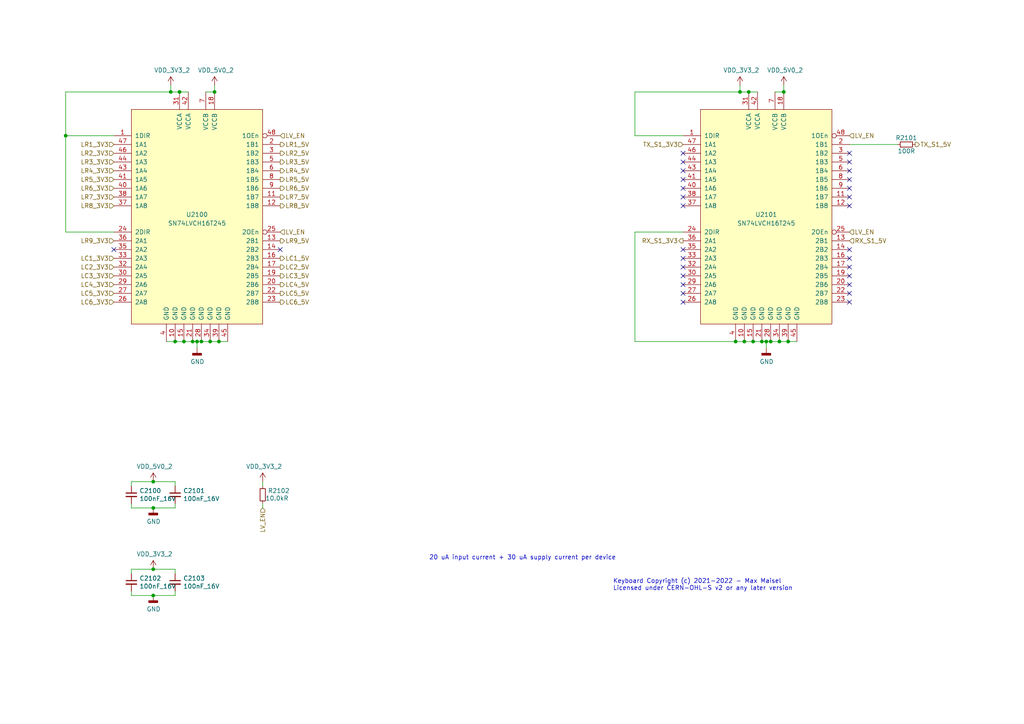
<source format=kicad_sch>
(kicad_sch (version 20250114) (generator "eeschema") (generator_version "9.0")
  (paper "A4")
  (lib_symbols
    (symbol "Keyboard:10.0kR" (pin_numbers (hide yes)) (pin_names (offset 0.254) (hide yes))
      (property "Reference" "R" (at 0.762 0.508 0))
      (property "Value" "10.0kR" (at 0.762 -1.016 0))
      (symbol "10.0kR_0_1"
        (rectangle (start -0.762 1.778) (end 0.762 -1.778) (stroke (width 0.2032)))
      )
      (symbol "10.0kR_1_1"
        (pin passive line (at 0 2.54 270) (length 0.762) (name "~") (number "1"))
        (pin passive line (at 0 -2.54 90) (length 0.762) (name "~") (number "2"))
      )
    )
    (symbol "Keyboard:100R" (pin_numbers (hide yes)) (pin_names (offset 0.254) (hide yes))
      (property "Reference" "R" (at 0.762 0.508 0))
      (property "Value" "100R" (at 0.762 -1.016 0))
      (symbol "100R_0_1"
        (rectangle (start -0.762 1.778) (end 0.762 -1.778) (stroke (width 0.2032)))
      )
      (symbol "100R_1_1"
        (pin passive line (at 0 2.54 270) (length 0.762) (name "~") (number "1"))
        (pin passive line (at 0 -2.54 90) (length 0.762) (name "~") (number "2"))
      )
    )
    (symbol "Keyboard:100nF_16V" (pin_numbers (hide yes)) (pin_names (offset 0.254) (hide yes))
      (property "Reference" "C" (at 0.254 1.778 0))
      (property "Value" "100nF_16V" (at 0.254 -2.032 0))
      (symbol "100nF_16V_0_1"
        (polyline (pts (xy -1.524 0.508) (xy 1.524 0.508)) (stroke (width 0.3048)))
        (polyline (pts (xy -1.524 -0.508) (xy 1.524 -0.508)) (stroke (width 0.3302)))
      )
      (symbol "100nF_16V_1_1"
        (pin passive line (at 0 2.54 270) (length 2.032) (name "~") (number "1"))
        (pin passive line (at 0 -2.54 90) (length 2.032) (name "~") (number "2"))
      )
    )
    (symbol "Keyboard:GND" (power) (pin_names (offset 0))
      (property "Value" "GND" (at 0 -3.175 0))
      (symbol "GND_0_1"
        (rectangle (start -1.27 -1.524) (end 1.27 -2.032) (stroke (width 0.254)) (fill (type outline)))
        (polyline (pts (xy 0 0) (xy 0 -1.524)))
      )
      (symbol "GND_1_1"
        (pin power_in line (at 0 0 270) (length 0) (hide yes) (name "GND") (number "1"))
      )
    )
    (symbol "Keyboard:SN74LVCH16T245" (pin_names (offset 1.016))
      (property "Reference" "U" (at -17.78 33.02 0))
      (property "Value" "SN74LVCH16T245" (at 17.78 -31.75 0))
      (symbol "SN74LVCH16T245_0_1"
        (rectangle (start -19.05 31.75) (end 19.05 -30.48) (fill (type background)))
      )
      (symbol "SN74LVCH16T245_1_1"
        (pin input line (at -24.13 24.13 0) (length 5.08) (name "1DIR") (number "1"))
        (pin bidirectional line (at -24.13 21.59 0) (length 5.08) (name "1A1") (number "47"))
        (pin bidirectional line (at -24.13 19.05 0) (length 5.08) (name "1A2") (number "46"))
        (pin bidirectional line (at -24.13 16.51 0) (length 5.08) (name "1A3") (number "44"))
        (pin bidirectional line (at -24.13 13.97 0) (length 5.08) (name "1A4") (number "43"))
        (pin bidirectional line (at -24.13 11.43 0) (length 5.08) (name "1A5") (number "41"))
        (pin bidirectional line (at -24.13 8.89 0) (length 5.08) (name "1A6") (number "40"))
        (pin bidirectional line (at -24.13 6.35 0) (length 5.08) (name "1A7") (number "38"))
        (pin bidirectional line (at -24.13 3.81 0) (length 5.08) (name "1A8") (number "37"))
        (pin input line (at -24.13 -3.81 0) (length 5.08) (name "2DIR") (number "24"))
        (pin bidirectional line (at -24.13 -6.35 0) (length 5.08) (name "2A1") (number "36"))
        (pin bidirectional line (at -24.13 -8.89 0) (length 5.08) (name "2A2") (number "35"))
        (pin bidirectional line (at -24.13 -11.43 0) (length 5.08) (name "2A3") (number "33"))
        (pin bidirectional line (at -24.13 -13.97 0) (length 5.08) (name "2A4") (number "32"))
        (pin bidirectional line (at -24.13 -16.51 0) (length 5.08) (name "2A5") (number "30"))
        (pin bidirectional line (at -24.13 -19.05 0) (length 5.08) (name "2A6") (number "29"))
        (pin bidirectional line (at -24.13 -21.59 0) (length 5.08) (name "2A7") (number "27"))
        (pin bidirectional line (at -24.13 -24.13 0) (length 5.08) (name "2A8") (number "26"))
        (pin power_in line (at -8.89 -35.56 90) (length 5.08) (name "GND") (number "4"))
        (pin power_in line (at -6.35 -35.56 90) (length 5.08) (name "GND") (number "10"))
        (pin power_in line (at -5.08 36.83 270) (length 5.08) (name "VCCA") (number "31"))
        (pin power_in line (at -3.81 -35.56 90) (length 5.08) (name "GND") (number "15"))
        (pin power_in line (at -2.54 36.83 270) (length 5.08) (name "VCCA") (number "42"))
        (pin power_in line (at -1.27 -35.56 90) (length 5.08) (name "GND") (number "21"))
        (pin power_in line (at 1.27 -35.56 90) (length 5.08) (name "GND") (number "28"))
        (pin power_in line (at 2.54 36.83 270) (length 5.08) (name "VCCB") (number "7"))
        (pin power_in line (at 3.81 -35.56 90) (length 5.08) (name "GND") (number "34"))
        (pin power_in line (at 5.08 36.83 270) (length 5.08) (name "VCCB") (number "18"))
        (pin power_in line (at 6.35 -35.56 90) (length 5.08) (name "GND") (number "39"))
        (pin power_in line (at 8.89 -35.56 90) (length 5.08) (name "GND") (number "45"))
        (pin input inverted (at 24.13 24.13 180) (length 5.08) (name "1OEn") (number "48"))
        (pin bidirectional line (at 24.13 21.59 180) (length 5.08) (name "1B1") (number "2"))
        (pin bidirectional line (at 24.13 19.05 180) (length 5.08) (name "1B2") (number "3"))
        (pin bidirectional line (at 24.13 16.51 180) (length 5.08) (name "1B3") (number "5"))
        (pin bidirectional line (at 24.13 13.97 180) (length 5.08) (name "1B4") (number "6"))
        (pin bidirectional line (at 24.13 11.43 180) (length 5.08) (name "1B5") (number "8"))
        (pin bidirectional line (at 24.13 8.89 180) (length 5.08) (name "1B6") (number "9"))
        (pin bidirectional line (at 24.13 6.35 180) (length 5.08) (name "1B7") (number "11"))
        (pin bidirectional line (at 24.13 3.81 180) (length 5.08) (name "1B8") (number "12"))
        (pin input inverted (at 24.13 -3.81 180) (length 5.08) (name "2OEn") (number "25"))
        (pin bidirectional line (at 24.13 -6.35 180) (length 5.08) (name "2B1") (number "13"))
        (pin bidirectional line (at 24.13 -8.89 180) (length 5.08) (name "2B2") (number "14"))
        (pin bidirectional line (at 24.13 -11.43 180) (length 5.08) (name "2B3") (number "16"))
        (pin bidirectional line (at 24.13 -13.97 180) (length 5.08) (name "2B4") (number "17"))
        (pin bidirectional line (at 24.13 -16.51 180) (length 5.08) (name "2B5") (number "19"))
        (pin bidirectional line (at 24.13 -19.05 180) (length 5.08) (name "2B6") (number "20"))
        (pin bidirectional line (at 24.13 -21.59 180) (length 5.08) (name "2B7") (number "22"))
        (pin bidirectional line (at 24.13 -24.13 180) (length 5.08) (name "2B8") (number "23"))
      )
    )
    (symbol "Keyboard:VDD_3V3_2" (power) (pin_names (offset 0))
      (property "Value" "VDD_3V3_2" (at 0 3.556 0))
      (symbol "VDD_3V3_2_0_1"
        (polyline (pts (xy -0.762 1.27) (xy 0 2.54)))
        (polyline (pts (xy 0 2.54) (xy 0.762 1.27)))
        (polyline (pts (xy 0 0) (xy 0 2.54)))
      )
      (symbol "VDD_3V3_2_1_1"
        (pin power_in line (at 0 0 90) (length 0) (hide yes) (name "VDD_3V3_2") (number "1"))
      )
    )
    (symbol "Keyboard:VDD_5V0_2" (power) (pin_names (offset 0))
      (property "Value" "VDD_5V0_2" (at 0 3.556 0))
      (symbol "VDD_5V0_2_0_1"
        (polyline (pts (xy -0.762 1.27) (xy 0 2.54)))
        (polyline (pts (xy 0 2.54) (xy 0.762 1.27)))
        (polyline (pts (xy 0 0) (xy 0 2.54)))
      )
      (symbol "VDD_5V0_2_1_1"
        (pin power_in line (at 0 0 90) (length 0) (hide yes) (name "VDD_5V0_2") (number "1"))
      )
    )
  )
  (text "20 uA input current + 30 uA supply current per device\n" (at 124.46 162.56 0) (effects (font (size 1.27 1.27)) (justify left bottom)))
  (text "Keyboard Copyright (c) 2021-2022 - Max Maisel\nLicensed under CERN-OHL-S v2 or any later version" (at 177.8 171.45 0) (effects (font (size 1.27 1.27)) (justify left bottom)))
  (junction (at 44.45 139.7))
  (junction (at 52.07 26.67))
  (junction (at 49.53 26.67))
  (junction (at 218.44 99.06))
  (junction (at 227.33 26.67))
  (junction (at 58.42 99.06))
  (junction (at 55.88 99.06))
  (junction (at 222.25 99.06))
  (junction (at 63.5 99.06))
  (junction (at 213.36 99.06))
  (junction (at 44.45 147.32))
  (junction (at 215.9 99.06))
  (junction (at 226.06 99.06))
  (junction (at 228.6 99.06))
  (junction (at 44.45 172.72))
  (junction (at 217.17 26.67))
  (junction (at 223.52 99.06))
  (junction (at 19.05 39.37))
  (junction (at 44.45 165.1))
  (junction (at 220.98 99.06))
  (junction (at 57.15 99.06))
  (junction (at 60.96 99.06))
  (junction (at 53.34 99.06))
  (junction (at 62.23 26.67))
  (junction (at 214.63 26.67))
  (junction (at 50.8 99.06))
  (no_connect (at 198.12 82.55))
  (no_connect (at 198.12 59.69))
  (no_connect (at 198.12 80.01))
  (no_connect (at 246.38 80.01))
  (no_connect (at 246.38 82.55))
  (no_connect (at 198.12 54.61))
  (no_connect (at 198.12 87.63))
  (no_connect (at 198.12 74.93))
  (no_connect (at 246.38 85.09))
  (no_connect (at 33.02 72.39))
  (no_connect (at 246.38 49.53))
  (no_connect (at 198.12 49.53))
  (no_connect (at 198.12 57.15))
  (no_connect (at 246.38 87.63))
  (no_connect (at 198.12 72.39))
  (no_connect (at 198.12 85.09))
  (no_connect (at 246.38 59.69))
  (no_connect (at 246.38 57.15))
  (no_connect (at 198.12 52.07))
  (no_connect (at 198.12 44.45))
  (no_connect (at 246.38 72.39))
  (no_connect (at 246.38 77.47))
  (no_connect (at 246.38 74.93))
  (no_connect (at 246.38 44.45))
  (no_connect (at 81.28 72.39))
  (no_connect (at 246.38 46.99))
  (no_connect (at 198.12 46.99))
  (no_connect (at 246.38 52.07))
  (no_connect (at 198.12 77.47))
  (no_connect (at 246.38 54.61))
  (wire (pts (xy 217.17 26.67) (xy 219.71 26.67)))
  (wire (pts (xy 184.15 67.31) (xy 184.15 99.06)))
  (wire (pts (xy 63.5 99.06) (xy 66.04 99.06)))
  (wire (pts (xy 227.33 24.765) (xy 227.33 26.67)))
  (wire (pts (xy 49.53 26.67) (xy 52.07 26.67)))
  (wire (pts (xy 38.1 171.45) (xy 38.1 172.72)))
  (wire (pts (xy 50.8 139.7) (xy 50.8 140.97)))
  (wire (pts (xy 184.15 99.06) (xy 213.36 99.06)))
  (wire (pts (xy 48.26 99.06) (xy 50.8 99.06)))
  (wire (pts (xy 76.2 140.97) (xy 76.2 139.7)))
  (wire (pts (xy 246.38 41.91) (xy 260.35 41.91)))
  (wire (pts (xy 222.25 99.06) (xy 223.52 99.06)))
  (wire (pts (xy 222.25 100.965) (xy 222.25 99.06)))
  (wire (pts (xy 53.34 99.06) (xy 55.88 99.06)))
  (wire (pts (xy 19.05 67.31) (xy 19.05 39.37)))
  (wire (pts (xy 50.8 147.32) (xy 44.45 147.32)))
  (wire (pts (xy 184.15 26.67) (xy 214.63 26.67)))
  (wire (pts (xy 44.45 173.355) (xy 44.45 172.72)))
  (wire (pts (xy 44.45 139.7) (xy 50.8 139.7)))
  (wire (pts (xy 226.06 99.06) (xy 228.6 99.06)))
  (wire (pts (xy 58.42 99.06) (xy 60.96 99.06)))
  (wire (pts (xy 214.63 26.67) (xy 217.17 26.67)))
  (wire (pts (xy 57.15 99.06) (xy 58.42 99.06)))
  (wire (pts (xy 19.05 39.37) (xy 19.05 26.67)))
  (wire (pts (xy 50.8 99.06) (xy 53.34 99.06)))
  (wire (pts (xy 52.07 26.67) (xy 54.61 26.67)))
  (wire (pts (xy 184.15 39.37) (xy 198.12 39.37)))
  (wire (pts (xy 38.1 172.72) (xy 44.45 172.72)))
  (wire (pts (xy 49.53 24.765) (xy 49.53 26.67)))
  (wire (pts (xy 213.36 99.06) (xy 215.9 99.06)))
  (wire (pts (xy 44.45 172.72) (xy 50.8 172.72)))
  (wire (pts (xy 215.9 99.06) (xy 218.44 99.06)))
  (wire (pts (xy 50.8 166.37) (xy 50.8 165.1)))
  (wire (pts (xy 19.05 39.37) (xy 33.02 39.37)))
  (wire (pts (xy 220.98 99.06) (xy 222.25 99.06)))
  (wire (pts (xy 19.05 26.67) (xy 49.53 26.67)))
  (wire (pts (xy 223.52 99.06) (xy 226.06 99.06)))
  (wire (pts (xy 198.12 67.31) (xy 184.15 67.31)))
  (wire (pts (xy 38.1 139.7) (xy 44.45 139.7)))
  (wire (pts (xy 184.15 39.37) (xy 184.15 26.67)))
  (wire (pts (xy 224.79 26.67) (xy 227.33 26.67)))
  (wire (pts (xy 218.44 99.06) (xy 220.98 99.06)))
  (wire (pts (xy 50.8 172.72) (xy 50.8 171.45)))
  (wire (pts (xy 38.1 140.97) (xy 38.1 139.7)))
  (wire (pts (xy 38.1 166.37) (xy 38.1 165.1)))
  (wire (pts (xy 57.15 100.965) (xy 57.15 99.06)))
  (wire (pts (xy 62.23 24.765) (xy 62.23 26.67)))
  (wire (pts (xy 38.1 147.32) (xy 44.45 147.32)))
  (wire (pts (xy 55.88 99.06) (xy 57.15 99.06)))
  (wire (pts (xy 33.02 67.31) (xy 19.05 67.31)))
  (wire (pts (xy 38.1 165.1) (xy 44.45 165.1)))
  (wire (pts (xy 50.8 146.05) (xy 50.8 147.32)))
  (wire (pts (xy 59.69 26.67) (xy 62.23 26.67)))
  (wire (pts (xy 50.8 165.1) (xy 44.45 165.1)))
  (wire (pts (xy 38.1 146.05) (xy 38.1 147.32)))
  (wire (pts (xy 228.6 99.06) (xy 231.14 99.06)))
  (wire (pts (xy 214.63 24.765) (xy 214.63 26.67)))
  (wire (pts (xy 76.2 146.05) (xy 76.2 147.32)))
  (wire (pts (xy 60.96 99.06) (xy 63.5 99.06)))
  (hierarchical_label "LC1_5V" (shape output) (at 81.28 74.93 0))
  (hierarchical_label "LR2_3V3" (shape input) (at 33.02 44.45 180))
  (hierarchical_label "LR4_5V" (shape output) (at 81.28 49.53 0))
  (hierarchical_label "LC5_3V3" (shape input) (at 33.02 85.09 180))
  (hierarchical_label "LV_EN" (shape input) (at 81.28 67.31 0))
  (hierarchical_label "LR7_3V3" (shape input) (at 33.02 57.15 180))
  (hierarchical_label "LV_EN" (shape input) (at 76.2 147.32 270))
  (hierarchical_label "LC4_5V" (shape output) (at 81.28 82.55 0))
  (hierarchical_label "LR1_3V3" (shape input) (at 33.02 41.91 180))
  (hierarchical_label "LC3_3V3" (shape input) (at 33.02 80.01 180))
  (hierarchical_label "LR9_3V3" (shape input) (at 33.02 69.85 180))
  (hierarchical_label "LR3_5V" (shape output) (at 81.28 46.99 0))
  (hierarchical_label "RX_S1_5V" (shape input) (at 246.38 69.85 0))
  (hierarchical_label "LC2_3V3" (shape input) (at 33.02 77.47 180))
  (hierarchical_label "LC4_3V3" (shape input) (at 33.02 82.55 180))
  (hierarchical_label "LR8_3V3" (shape input) (at 33.02 59.69 180))
  (hierarchical_label "TX_S1_5V" (shape output) (at 265.43 41.91 0))
  (hierarchical_label "RX_S1_3V3" (shape output) (at 198.12 69.85 180))
  (hierarchical_label "LR5_5V" (shape output) (at 81.28 52.07 0))
  (hierarchical_label "LR8_5V" (shape output) (at 81.28 59.69 0))
  (hierarchical_label "LC3_5V" (shape output) (at 81.28 80.01 0))
  (hierarchical_label "LC6_5V" (shape output) (at 81.28 87.63 0))
  (hierarchical_label "LC6_3V3" (shape input) (at 33.02 87.63 180))
  (hierarchical_label "LR6_3V3" (shape input) (at 33.02 54.61 180))
  (hierarchical_label "LR5_3V3" (shape input) (at 33.02 52.07 180))
  (hierarchical_label "LR2_5V" (shape output) (at 81.28 44.45 0))
  (hierarchical_label "LC1_3V3" (shape input) (at 33.02 74.93 180))
  (hierarchical_label "LR4_3V3" (shape input) (at 33.02 49.53 180))
  (hierarchical_label "LC2_5V" (shape output) (at 81.28 77.47 0))
  (hierarchical_label "LR1_5V" (shape output) (at 81.28 41.91 0))
  (hierarchical_label "LV_EN" (shape input) (at 246.38 67.31 0))
  (hierarchical_label "LV_EN" (shape input) (at 246.38 39.37 0))
  (hierarchical_label "TX_S1_3V3" (shape input) (at 198.12 41.91 180))
  (hierarchical_label "LR7_5V" (shape output) (at 81.28 57.15 0))
  (hierarchical_label "LV_EN" (shape input) (at 81.28 39.37 0))
  (hierarchical_label "LR6_5V" (shape output) (at 81.28 54.61 0))
  (hierarchical_label "LR9_5V" (shape output) (at 81.28 69.85 0))
  (hierarchical_label "LC5_5V" (shape output) (at 81.28 85.09 0))
  (hierarchical_label "LR3_3V3" (shape input) (at 33.02 46.99 180))
  (symbol (lib_id "Keyboard:GND") (at 57.15 100.965 0) (unit 1)
    (property "Reference" "#PWR02104" (effects (hide yes)))
    (property "Value" "GND" (at 57.2516 104.902 0))
  )
  (symbol (lib_id "Keyboard:GND") (at 44.45 172.72 0) (unit 1)
    (property "Reference" "#PWR02109" (effects (hide yes)))
    (property "Value" "GND" (at 44.5516 176.657 0))
  )
  (symbol (lib_id "Keyboard:GND") (at 44.45 147.32 0) (unit 1)
    (property "Reference" "#PWR02107" (effects (hide yes)))
    (property "Value" "GND" (at 44.5516 151.257 0))
  )
  (symbol (lib_id "Keyboard:GND") (at 222.25 100.965 0) (unit 1)
    (property "Reference" "#PWR02105" (effects (hide yes)))
    (property "Value" "GND" (at 222.3516 104.902 0))
  )
  (symbol (lib_id "Keyboard:SN74LVCH16T245") (at 57.15 63.5 0) (unit 1)
    (property "Reference" "U2100" (at 57.15 62.23 0))
    (property "Value" "SN74LVCH16T245" (at 57.15 64.77 0))
    (property "Footprint" "Keyboard:TSSOP48-DGG" (effects (hide yes)))
    (property "Datasheet" "http://www.ti.com/lit/ds/symlink/sn74lvch16t245.pdf" (effects (hide yes)))
  )
  (symbol (lib_id "Keyboard:100nF_16V") (at 50.8 168.91 0) (unit 1)
    (property "Reference" "C2103" (at 53.1368 167.7416 0) (effects (justify left)))
    (property "Value" "100nF_16V" (at 53.1368 170.053 0) (effects (justify left)))
    (property "Footprint" "Keyboard:C_0402" (effects (hide yes)))
    (property "Datasheet" "80-C0402C104K4R" (effects (hide yes)))
    (property "mouser#" "80-C0402C104K4R" (effects (hide yes)))
  )
  (symbol (lib_id "Keyboard:100nF_16V") (at 50.8 143.51 0) (unit 1)
    (property "Reference" "C2101" (at 53.1368 142.3416 0) (effects (justify left)))
    (property "Value" "100nF_16V" (at 53.1368 144.653 0) (effects (justify left)))
    (property "Footprint" "Keyboard:C_0402" (effects (hide yes)))
    (property "Datasheet" "80-C0402C104K4R" (effects (hide yes)))
    (property "mouser#" "80-C0402C104K4R" (effects (hide yes)))
  )
  (symbol (lib_id "Keyboard:VDD_5V0_2") (at 44.45 139.7 0) (unit 1)
    (property "Reference" "#PWR02106" (effects (hide yes)))
    (property "Value" "VDD_5V0_2" (at 44.831 135.3058 0))
  )
  (symbol (lib_id "Keyboard:SN74LVCH16T245") (at 222.25 63.5 0) (unit 1)
    (property "Reference" "U2101" (at 222.25 62.23 0))
    (property "Value" "SN74LVCH16T245" (at 222.25 64.77 0))
    (property "Footprint" "Keyboard:TSSOP48-DGG" (effects (hide yes)))
    (property "Datasheet" "http://www.ti.com/lit/ds/symlink/sn74lvch16t245.pdf" (effects (hide yes)))
  )
  (symbol (lib_id "Keyboard:100nF_16V") (at 38.1 143.51 0) (unit 1)
    (property "Reference" "C2100" (at 40.4368 142.3416 0) (effects (justify left)))
    (property "Value" "100nF_16V" (at 40.4368 144.653 0) (effects (justify left)))
    (property "Footprint" "Keyboard:C_0402" (effects (hide yes)))
    (property "Datasheet" "80-C0402C104K4R" (effects (hide yes)))
    (property "mouser#" "80-C0402C104K4R" (effects (hide yes)))
  )
  (symbol (lib_id "Keyboard:VDD_3V3_2") (at 214.63 24.765 0) (unit 1)
    (property "Reference" "#PWR02102" (effects (hide yes)))
    (property "Value" "VDD_3V3_2" (at 215.011 20.3708 0))
  )
  (symbol (lib_id "Keyboard:100nF_16V") (at 38.1 168.91 0) (unit 1)
    (property "Reference" "C2102" (at 40.4368 167.7416 0) (effects (justify left)))
    (property "Value" "100nF_16V" (at 40.4368 170.053 0) (effects (justify left)))
    (property "Footprint" "Keyboard:C_0402" (effects (hide yes)))
    (property "Datasheet" "80-C0402C104K4R" (effects (hide yes)))
    (property "mouser#" "80-C0402C104K4R" (effects (hide yes)))
  )
  (symbol (lib_id "Keyboard:VDD_3V3_2") (at 49.53 24.765 0) (unit 1)
    (property "Reference" "#PWR02100" (effects (hide yes)))
    (property "Value" "VDD_3V3_2" (at 49.911 20.3708 0))
  )
  (symbol (lib_id "Keyboard:VDD_3V3_2") (at 44.45 165.1 0) (unit 1)
    (property "Reference" "#PWR02108" (effects (hide yes)))
    (property "Value" "VDD_3V3_2" (at 44.831 160.7058 0))
  )
  (symbol (lib_id "Keyboard:VDD_5V0_2") (at 62.23 24.765 0) (unit 1)
    (property "Reference" "#PWR02101" (effects (hide yes)))
    (property "Value" "VDD_5V0_2" (at 62.611 20.3708 0))
  )
  (symbol (lib_id "Keyboard:VDD_5V0_2") (at 227.33 24.765 0) (unit 1)
    (property "Reference" "#PWR02103" (effects (hide yes)))
    (property "Value" "VDD_5V0_2" (at 227.711 20.3708 0))
  )
  (symbol (lib_id "Keyboard:100R") (at 262.89 41.91 90) (unit 1)
    (property "Reference" "R2101" (at 262.89 40.005 90))
    (property "Value" "100R" (at 262.89 43.815 90))
    (property "Footprint" "Keyboard:R_0402" (effects (hide yes)))
    (property "Datasheet" "667-ERJ-2RKF1000X" (effects (hide yes)))
    (property "mouser#" "667-ERJ-2RKF1000X" (effects (hide yes)))
  )
  (symbol (lib_id "Keyboard:10.0kR") (at 76.2 143.51 0) (unit 1)
    (property "Reference" "R2102" (at 77.6986 142.3416 0) (effects (justify left)))
    (property "Value" "10.0kR" (at 76.962 144.526 0) (effects (justify left)))
    (property "Footprint" "Keyboard:R_0402" (effects (hide yes)))
    (property "Datasheet" "667-ERJ-2RKF1002X" (effects (hide yes)))
    (property "mouser#" "667-ERJ-2RKF1002X" (effects (hide yes)))
  )
  (symbol (lib_id "Keyboard:VDD_3V3_2") (at 76.2 139.7 0) (unit 1)
    (property "Reference" "#PWR02111" (effects (hide yes)))
    (property "Value" "VDD_3V3_2" (at 76.581 135.3058 0))
  )
)
</source>
